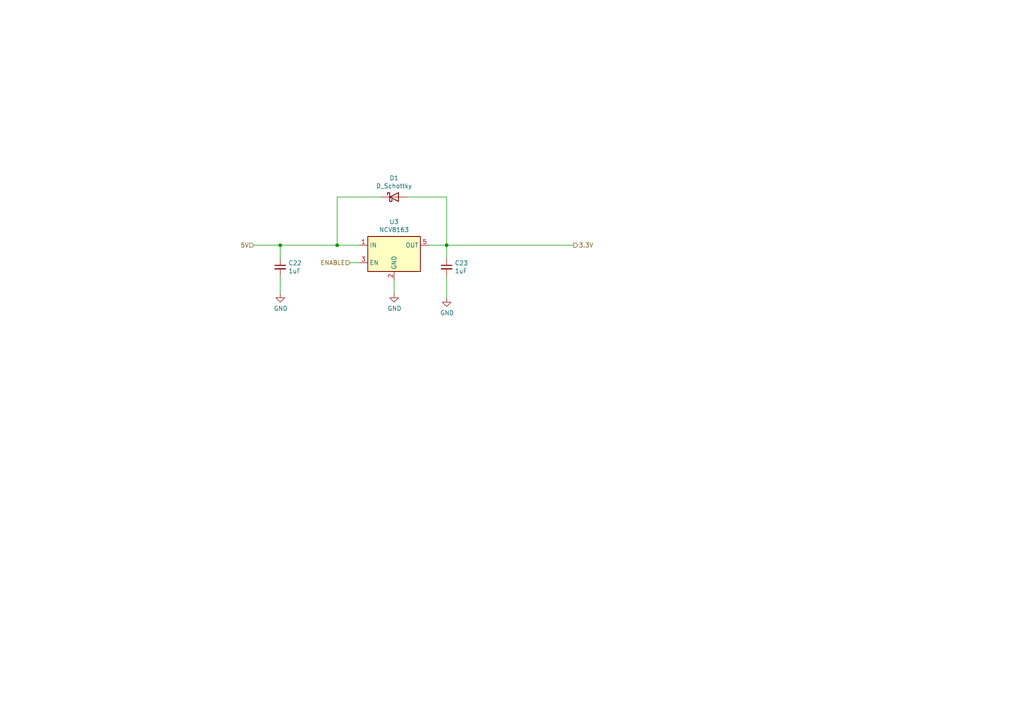
<source format=kicad_sch>
(kicad_sch (version 20211123) (generator eeschema)
  (paper "A4")
  (title_block (title "RAMN: Resistant Automotive Miniature Network V1.0") (date "2021-06-01") (rev "B2L") (company "Copyright (c) 2021 TOYOTA MOTOR CORPORATION. ALL RIGHTS RESERVED.") (comment 3 "License: CC BY-SA 4.0") (comment 4 "https://github.com/toyotainfotech/ramn"))
  (lib_symbols
    (symbol "Device:C_Small" (pin_numbers hide) (pin_names (offset 0.254) hide)
      (property "Reference" "C" (at 0.254 1.778 0))
      (property "Value" "C_Small" (at 0.254 -2.032 0))
      (symbol "C_Small_0_1"
        (polyline (pts (xy -1.524 -0.508) (xy 1.524 -0.508)) (stroke (width 0.3302)))
        (polyline (pts (xy -1.524 0.508) (xy 1.524 0.508)) (stroke (width 0.3048)))
      )
      (symbol "C_Small_1_1"
        (pin passive line (at 0 2.54 270) (length 2.032) (name "~") (number "1"))
        (pin passive line (at 0 -2.54 90) (length 2.032) (name "~") (number "2"))
      )
    )
    (symbol "Device:D_Schottky" (pin_numbers hide) (pin_names (offset 1.016) hide)
      (property "Reference" "D" (at 0 2.54 0))
      (property "Value" "D_Schottky" (at 0 -2.54 0))
      (symbol "D_Schottky_0_1"
        (polyline (pts (xy 1.27 0) (xy -1.27 0)))
        (polyline (pts (xy 1.27 1.27) (xy 1.27 -1.27) (xy -1.27 0) (xy 1.27 1.27)) (stroke (width 0.254)))
        (polyline (pts (xy -1.905 0.635) (xy -1.905 1.27) (xy -1.27 1.27) (xy -1.27 -1.27) (xy -0.635 -1.27) (xy -0.635 -0.635)) (stroke (width 0.254)))
      )
      (symbol "D_Schottky_1_1"
        (pin passive line (at -3.81 0 0) (length 2.54) (name "K") (number "1"))
        (pin passive line (at 3.81 0 180) (length 2.54) (name "A") (number "2"))
      )
    )
    (symbol "Regulator_Linear:NCV8114ASN120T1G"
      (property "Reference" "U" (at 0 8.89 0))
      (property "Value" "NCV8114ASN120T1G" (at 0 6.35 0))
      (symbol "NCV8114ASN120T1G_0_1"
        (rectangle (start -7.62 5.08) (end 7.62 -5.08) (stroke (width 0.254)) (fill (type background)))
      )
      (symbol "NCV8114ASN120T1G_1_1"
        (pin power_in line (at -10.16 2.54 0) (length 2.54) (name "IN") (number "1"))
        (pin power_in line (at 0 -7.62 90) (length 2.54) (name "GND") (number "2"))
        (pin input line (at -10.16 -2.54 0) (length 2.54) (name "EN") (number "3"))
        (pin no_connect line (at 7.62 -2.54 180) (length 2.54) hide (name "NC") (number "4"))
        (pin power_out line (at 10.16 2.54 180) (length 2.54) (name "OUT") (number "5"))
      )
    )
    (symbol "power:GND" (power) (pin_names (offset 0))
      (property "Value" "GND" (at 0 -3.81 0))
      (symbol "GND_0_1"
        (polyline (pts (xy 0 0) (xy 0 -1.27) (xy 1.27 -1.27) (xy 0 -2.54) (xy -1.27 -1.27) (xy 0 -1.27)))
      )
      (symbol "GND_1_1"
        (pin power_in line (at 0 0 270) (length 0) hide (name "GND") (number "1"))
      )
    )
  )
  (junction (at 81.28 71.12))
  (junction (at 129.54 71.12))
  (junction (at 97.79 71.12))
  (wire (pts (xy 129.54 74.93) (xy 129.54 71.12)))
  (wire (pts (xy 129.54 57.15) (xy 129.54 71.12)))
  (wire (pts (xy 104.14 76.2) (xy 101.6 76.2)))
  (wire (pts (xy 97.79 71.12) (xy 104.14 71.12)))
  (wire (pts (xy 81.28 80.01) (xy 81.28 85.09)))
  (wire (pts (xy 81.28 74.93) (xy 81.28 71.12)))
  (wire (pts (xy 97.79 57.15) (xy 97.79 71.12)))
  (wire (pts (xy 118.11 57.15) (xy 129.54 57.15)))
  (wire (pts (xy 166.37 71.12) (xy 129.54 71.12)))
  (wire (pts (xy 124.46 71.12) (xy 129.54 71.12)))
  (wire (pts (xy 129.54 80.01) (xy 129.54 86.36)))
  (wire (pts (xy 73.66 71.12) (xy 81.28 71.12)))
  (wire (pts (xy 114.3 81.28) (xy 114.3 85.09)))
  (wire (pts (xy 81.28 71.12) (xy 97.79 71.12)))
  (wire (pts (xy 110.49 57.15) (xy 97.79 57.15)))
  (hierarchical_label "3.3V" (shape output) (at 166.37 71.12 0))
  (hierarchical_label "5V" (shape input) (at 73.66 71.12 180))
  (hierarchical_label "ENABLE" (shape input) (at 101.6 76.2 180))
  (symbol (lib_id "Regulator_Linear:NCV8114ASN120T1G") (at 114.3 73.66 0) (unit 1)
    (property "Reference" "U3" (at 114.3 64.3382 0))
    (property "Value" "NCV8163" (at 114.3 66.6496 0))
    (property "Footprint" "Package_SO:TSOP-5_1.65x3.05mm_P0.95mm" (effects hide))
  )
  (symbol (lib_id "Device:C_Small") (at 81.28 77.47 0) (unit 1)
    (property "Reference" "C22" (at 83.6168 76.3016 0) (effects (justify left)))
    (property "Value" "1uF" (at 83.6168 78.613 0) (effects (justify left)))
    (property "Footprint" "Capacitor_SMD:C_0805_2012Metric_Pad1.18x1.45mm_HandSolder" (effects hide))
  )
  (symbol (lib_id "Device:C_Small") (at 129.54 77.47 0) (unit 1)
    (property "Reference" "C23" (at 131.8768 76.3016 0) (effects (justify left)))
    (property "Value" "1uF" (at 131.8768 78.613 0) (effects (justify left)))
    (property "Footprint" "Capacitor_SMD:C_0805_2012Metric_Pad1.18x1.45mm_HandSolder" (effects hide))
  )
  (symbol (lib_id "power:GND") (at 114.3 85.09 0) (unit 1)
    (property "Reference" "#PWR032" (effects hide))
    (property "Value" "GND" (at 114.427 89.4842 0))
  )
  (symbol (lib_id "power:GND") (at 129.54 86.36 0) (unit 1)
    (property "Reference" "#PWR033" (effects hide))
    (property "Value" "GND" (at 129.667 90.7542 0))
  )
  (symbol (lib_id "power:GND") (at 81.28 85.09 0) (unit 1)
    (property "Reference" "#PWR031" (effects hide))
    (property "Value" "GND" (at 81.407 89.4842 0))
  )
  (symbol (lib_id "Device:D_Schottky") (at 114.3 57.15 0) (unit 1)
    (property "Reference" "D1" (at 114.3 51.6382 0))
    (property "Value" "D_Schottky" (at 114.3 53.9496 0))
    (property "Footprint" "Diode_SMD:D_SOD-523" (effects hide))
  )
)
</source>
